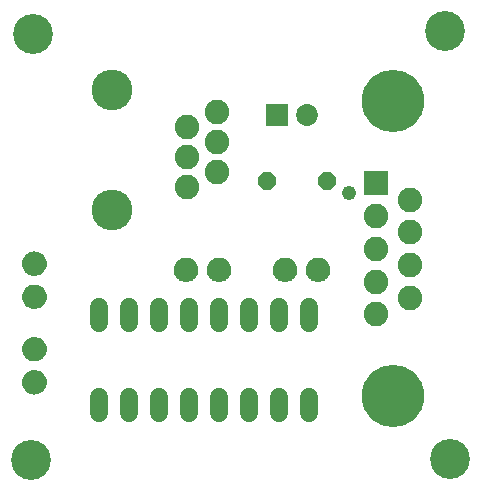
<source format=gbs>
G75*
G70*
%OFA0B0*%
%FSLAX24Y24*%
%IPPOS*%
%LPD*%
%AMOC8*
5,1,8,0,0,1.08239X$1,22.5*
%
%ADD10C,0.1330*%
%ADD11C,0.0600*%
%ADD12C,0.0050*%
%ADD13R,0.0820X0.0820*%
%ADD14C,0.0820*%
%ADD15C,0.2080*%
%ADD16C,0.1360*%
%ADD17OC8,0.0600*%
%ADD18R,0.0730X0.0730*%
%ADD19C,0.0730*%
%ADD20C,0.0480*%
D10*
X001050Y001258D03*
X015000Y001308D03*
X001100Y015458D03*
X014850Y015558D03*
D11*
X010300Y006368D02*
X010300Y005848D01*
X009300Y005848D02*
X009300Y006368D01*
X008300Y006368D02*
X008300Y005848D01*
X007300Y005848D02*
X007300Y006368D01*
X006300Y006368D02*
X006300Y005848D01*
X005300Y005848D02*
X005300Y006368D01*
X004300Y006368D02*
X004300Y005848D01*
X003300Y005848D02*
X003300Y006368D01*
X003300Y003368D02*
X003300Y002848D01*
X004300Y002848D02*
X004300Y003368D01*
X005300Y003368D02*
X005300Y002848D01*
X006300Y002848D02*
X006300Y003368D01*
X007300Y003368D02*
X007300Y002848D01*
X008300Y002848D02*
X008300Y003368D01*
X009300Y003368D02*
X009300Y002848D01*
X010300Y002848D02*
X010300Y003368D01*
D12*
X010603Y007231D02*
X010537Y007238D01*
X010474Y007256D01*
X010414Y007285D01*
X010360Y007324D01*
X010314Y007371D01*
X010277Y007426D01*
X010250Y007486D01*
X010234Y007550D01*
X010229Y007616D01*
X010237Y007688D01*
X010259Y007757D01*
X010293Y007821D01*
X010340Y007876D01*
X010396Y007921D01*
X010809Y007921D01*
X010809Y007922D02*
X010866Y007876D01*
X010913Y007821D01*
X010948Y007757D01*
X010970Y007688D01*
X010978Y007615D01*
X010973Y007549D01*
X010957Y007485D01*
X010929Y007425D01*
X010892Y007370D01*
X010846Y007323D01*
X010792Y007284D01*
X010733Y007256D01*
X010669Y007238D01*
X010603Y007231D01*
X010522Y007242D02*
X010685Y007242D01*
X010801Y007291D02*
X010406Y007291D01*
X010345Y007339D02*
X010862Y007339D01*
X010904Y007388D02*
X010303Y007388D01*
X010272Y007436D02*
X010935Y007436D01*
X010956Y007485D02*
X010251Y007485D01*
X010238Y007533D02*
X010969Y007533D01*
X010975Y007582D02*
X010231Y007582D01*
X010231Y007630D02*
X010976Y007630D01*
X010971Y007679D02*
X010236Y007679D01*
X010249Y007727D02*
X010957Y007727D01*
X010937Y007776D02*
X010269Y007776D01*
X010296Y007824D02*
X010910Y007824D01*
X010869Y007873D02*
X010337Y007873D01*
X010396Y007921D02*
X010460Y007955D01*
X010530Y007975D01*
X010602Y007981D01*
X010674Y007975D01*
X010744Y007955D01*
X010809Y007922D01*
X010693Y007970D02*
X010512Y007970D01*
X009846Y007757D02*
X009868Y007688D01*
X009876Y007615D01*
X009871Y007549D01*
X009855Y007485D01*
X009827Y007425D01*
X009790Y007370D01*
X009744Y007323D01*
X009690Y007284D01*
X009631Y007256D01*
X009567Y007238D01*
X009501Y007231D01*
X009435Y007238D01*
X009372Y007256D01*
X009312Y007285D01*
X009258Y007324D01*
X009212Y007371D01*
X009175Y007426D01*
X009148Y007486D01*
X009132Y007550D01*
X009127Y007616D01*
X009135Y007688D01*
X009157Y007757D01*
X009191Y007821D01*
X009238Y007876D01*
X009294Y007921D01*
X009707Y007921D01*
X009707Y007922D02*
X009764Y007876D01*
X009811Y007821D01*
X009846Y007757D01*
X009835Y007776D02*
X009167Y007776D01*
X009147Y007727D02*
X009855Y007727D01*
X009869Y007679D02*
X009134Y007679D01*
X009128Y007630D02*
X009874Y007630D01*
X009873Y007582D02*
X009129Y007582D01*
X009136Y007533D02*
X009867Y007533D01*
X009854Y007485D02*
X009149Y007485D01*
X009170Y007436D02*
X009833Y007436D01*
X009802Y007388D02*
X009201Y007388D01*
X009243Y007339D02*
X009760Y007339D01*
X009699Y007291D02*
X009304Y007291D01*
X009420Y007242D02*
X009583Y007242D01*
X009807Y007824D02*
X009194Y007824D01*
X009235Y007873D02*
X009767Y007873D01*
X009707Y007922D02*
X009642Y007955D01*
X009572Y007975D01*
X009500Y007981D01*
X009428Y007975D01*
X009358Y007955D01*
X009294Y007921D01*
X009410Y007970D02*
X009591Y007970D01*
X007670Y007688D02*
X007678Y007615D01*
X007673Y007549D01*
X007657Y007485D01*
X007629Y007425D01*
X007592Y007370D01*
X007546Y007323D01*
X007492Y007284D01*
X007433Y007256D01*
X007369Y007238D01*
X007303Y007231D01*
X007237Y007238D01*
X007174Y007256D01*
X007114Y007285D01*
X007060Y007324D01*
X007014Y007371D01*
X006977Y007426D01*
X006950Y007486D01*
X006934Y007550D01*
X006929Y007616D01*
X006937Y007688D01*
X006959Y007757D01*
X006993Y007821D01*
X007040Y007876D01*
X007096Y007921D01*
X007509Y007921D01*
X007509Y007922D02*
X007566Y007876D01*
X007613Y007821D01*
X007648Y007757D01*
X007670Y007688D01*
X007671Y007679D02*
X006936Y007679D01*
X006931Y007630D02*
X007676Y007630D01*
X007675Y007582D02*
X006931Y007582D01*
X006938Y007533D02*
X007669Y007533D01*
X007656Y007485D02*
X006951Y007485D01*
X006972Y007436D02*
X007635Y007436D01*
X007604Y007388D02*
X007003Y007388D01*
X007045Y007339D02*
X007562Y007339D01*
X007501Y007291D02*
X007106Y007291D01*
X007222Y007242D02*
X007385Y007242D01*
X007657Y007727D02*
X006949Y007727D01*
X006969Y007776D02*
X007637Y007776D01*
X007610Y007824D02*
X006996Y007824D01*
X007037Y007873D02*
X007569Y007873D01*
X007509Y007922D02*
X007444Y007955D01*
X007374Y007975D01*
X007302Y007981D01*
X007230Y007975D01*
X007160Y007955D01*
X007096Y007921D01*
X007212Y007970D02*
X007393Y007970D01*
X006568Y007688D02*
X006576Y007615D01*
X006571Y007549D01*
X006555Y007485D01*
X006527Y007425D01*
X006490Y007370D01*
X006444Y007323D01*
X006390Y007284D01*
X006331Y007256D01*
X006267Y007238D01*
X006201Y007231D01*
X006135Y007238D01*
X006072Y007256D01*
X006012Y007285D01*
X005958Y007324D01*
X005912Y007371D01*
X005875Y007426D01*
X005848Y007486D01*
X005832Y007550D01*
X005827Y007616D01*
X005835Y007688D01*
X005857Y007757D01*
X005891Y007821D01*
X005938Y007876D01*
X005994Y007921D01*
X006407Y007921D01*
X006407Y007922D02*
X006464Y007876D01*
X006511Y007821D01*
X006546Y007757D01*
X006568Y007688D01*
X006569Y007679D02*
X005834Y007679D01*
X005828Y007630D02*
X006574Y007630D01*
X006573Y007582D02*
X005829Y007582D01*
X005836Y007533D02*
X006567Y007533D01*
X006554Y007485D02*
X005849Y007485D01*
X005870Y007436D02*
X006533Y007436D01*
X006502Y007388D02*
X005901Y007388D01*
X005943Y007339D02*
X006460Y007339D01*
X006399Y007291D02*
X006004Y007291D01*
X006120Y007242D02*
X006283Y007242D01*
X006555Y007727D02*
X005847Y007727D01*
X005867Y007776D02*
X006535Y007776D01*
X006507Y007824D02*
X005894Y007824D01*
X005935Y007873D02*
X006467Y007873D01*
X006407Y007922D02*
X006342Y007955D01*
X006272Y007975D01*
X006200Y007981D01*
X006128Y007975D01*
X006058Y007955D01*
X005994Y007921D01*
X006110Y007970D02*
X006291Y007970D01*
X001527Y007811D02*
X001520Y007746D01*
X001502Y007682D01*
X001473Y007622D01*
X001435Y007569D01*
X001387Y007523D01*
X001332Y007485D01*
X001272Y007458D01*
X001208Y007442D01*
X001142Y007437D01*
X001070Y007445D01*
X001001Y007467D01*
X000938Y007502D01*
X000882Y007548D01*
X000837Y007605D01*
X000804Y007669D01*
X000783Y007738D01*
X000777Y007810D01*
X000783Y007883D01*
X000803Y007953D01*
X000837Y008017D01*
X000882Y008074D01*
X000938Y008121D01*
X001001Y008156D01*
X001071Y008178D01*
X001143Y008186D01*
X001209Y008181D01*
X001273Y008165D01*
X001333Y008138D01*
X001388Y008100D01*
X001435Y008054D01*
X001474Y008000D01*
X001503Y007941D01*
X001520Y007877D01*
X001527Y007811D01*
X001526Y007824D02*
X000778Y007824D01*
X000780Y007776D02*
X001523Y007776D01*
X001515Y007727D02*
X000786Y007727D01*
X000801Y007679D02*
X001501Y007679D01*
X001477Y007630D02*
X000824Y007630D01*
X000855Y007582D02*
X001444Y007582D01*
X001398Y007533D02*
X000900Y007533D01*
X000968Y007485D02*
X001331Y007485D01*
X001209Y007079D02*
X001143Y007084D01*
X001071Y007076D01*
X001001Y007054D01*
X000938Y007019D01*
X000882Y006972D01*
X000837Y006915D01*
X000803Y006851D01*
X000783Y006781D01*
X000777Y006708D01*
X000783Y006636D01*
X000804Y006567D01*
X000837Y006503D01*
X000882Y006446D01*
X000938Y006400D01*
X001001Y006365D01*
X001070Y006343D01*
X001142Y006335D01*
X001208Y006340D01*
X001272Y006356D01*
X001332Y006383D01*
X001387Y006421D01*
X001435Y006467D01*
X001473Y006520D01*
X001502Y006580D01*
X001520Y006643D01*
X001527Y006709D01*
X000777Y006709D01*
X000781Y006757D02*
X001522Y006757D01*
X001520Y006775D02*
X001527Y006709D01*
X001522Y006660D02*
X000781Y006660D01*
X000790Y006612D02*
X001511Y006612D01*
X001494Y006563D02*
X000805Y006563D01*
X000831Y006515D02*
X001469Y006515D01*
X001434Y006466D02*
X000866Y006466D01*
X000916Y006418D02*
X001383Y006418D01*
X001301Y006369D02*
X000993Y006369D01*
X000790Y006806D02*
X001512Y006806D01*
X001520Y006775D02*
X001503Y006839D01*
X001474Y006898D01*
X001435Y006952D01*
X001388Y006998D01*
X001333Y007036D01*
X001273Y007063D01*
X001209Y007079D01*
X001305Y007048D02*
X000991Y007048D01*
X000915Y007000D02*
X001386Y007000D01*
X001436Y006951D02*
X000866Y006951D01*
X000830Y006903D02*
X001471Y006903D01*
X001495Y006854D02*
X000805Y006854D01*
X000782Y007873D02*
X001521Y007873D01*
X001508Y007921D02*
X000794Y007921D01*
X000812Y007970D02*
X001489Y007970D01*
X001461Y008018D02*
X000838Y008018D01*
X000876Y008067D02*
X001422Y008067D01*
X001366Y008115D02*
X000931Y008115D01*
X001026Y008164D02*
X001275Y008164D01*
X001143Y005336D02*
X001209Y005331D01*
X001273Y005315D01*
X001333Y005288D01*
X001388Y005250D01*
X001435Y005204D01*
X001474Y005150D01*
X001503Y005091D01*
X001520Y005027D01*
X001527Y004961D01*
X001520Y004896D01*
X001502Y004832D01*
X001473Y004772D01*
X001435Y004719D01*
X001387Y004673D01*
X001332Y004635D01*
X001272Y004608D01*
X001208Y004592D01*
X001142Y004587D01*
X001070Y004595D01*
X001001Y004617D01*
X000938Y004652D01*
X000882Y004698D01*
X000837Y004755D01*
X000804Y004819D01*
X000783Y004888D01*
X000777Y004960D01*
X000783Y005033D01*
X000803Y005103D01*
X000837Y005167D01*
X000882Y005224D01*
X000938Y005271D01*
X001001Y005306D01*
X001071Y005328D01*
X001143Y005336D01*
X000995Y005302D02*
X001301Y005302D01*
X001383Y005254D02*
X000917Y005254D01*
X000867Y005205D02*
X001434Y005205D01*
X001469Y005157D02*
X000831Y005157D01*
X000806Y005108D02*
X001494Y005108D01*
X001511Y005060D02*
X000791Y005060D01*
X000781Y005011D02*
X001522Y005011D01*
X001527Y004963D02*
X000777Y004963D01*
X000781Y004914D02*
X001522Y004914D01*
X001512Y004866D02*
X000790Y004866D01*
X000804Y004817D02*
X001495Y004817D01*
X001471Y004769D02*
X000830Y004769D01*
X000864Y004720D02*
X001436Y004720D01*
X001386Y004672D02*
X000914Y004672D01*
X000989Y004623D02*
X001306Y004623D01*
X001209Y004229D02*
X001143Y004234D01*
X001071Y004226D01*
X001001Y004204D01*
X000938Y004169D01*
X000882Y004122D01*
X000837Y004065D01*
X000803Y004001D01*
X000783Y003931D01*
X000777Y003858D01*
X000783Y003786D01*
X000804Y003717D01*
X000837Y003653D01*
X000882Y003596D01*
X000938Y003550D01*
X001001Y003515D01*
X001070Y003493D01*
X001142Y003485D01*
X001208Y003490D01*
X001272Y003506D01*
X001332Y003533D01*
X001387Y003571D01*
X001435Y003617D01*
X001473Y003670D01*
X001502Y003730D01*
X001520Y003793D01*
X001527Y003859D01*
X001520Y003925D01*
X001503Y003989D01*
X001474Y004048D01*
X001435Y004102D01*
X001388Y004148D01*
X001333Y004186D01*
X001273Y004213D01*
X001209Y004229D01*
X001331Y004187D02*
X000970Y004187D01*
X000901Y004138D02*
X001398Y004138D01*
X001444Y004090D02*
X000856Y004090D01*
X000824Y004041D02*
X001477Y004041D01*
X001501Y003993D02*
X000801Y003993D01*
X000787Y003944D02*
X001515Y003944D01*
X001523Y003896D02*
X000780Y003896D01*
X000778Y003847D02*
X001526Y003847D01*
X001521Y003799D02*
X000782Y003799D01*
X000794Y003750D02*
X001508Y003750D01*
X001489Y003702D02*
X000811Y003702D01*
X000837Y003653D02*
X001461Y003653D01*
X001423Y003605D02*
X000875Y003605D01*
X000930Y003556D02*
X001366Y003556D01*
X001276Y003508D02*
X001023Y003508D01*
D13*
X012541Y010489D03*
D14*
X012541Y009399D03*
X013659Y009942D03*
X013659Y008852D03*
X012541Y008308D03*
X012541Y007218D03*
X013659Y006674D03*
X012541Y006127D03*
X013659Y007765D03*
X007250Y010858D03*
X006250Y010358D03*
X006250Y011358D03*
X007250Y011858D03*
X006250Y012358D03*
X007250Y012858D03*
D15*
X013100Y013230D03*
X013100Y003387D03*
D16*
X003750Y009608D03*
X003750Y013608D03*
D17*
X008900Y010558D03*
X010900Y010558D03*
D18*
X009250Y012758D03*
D19*
X010250Y012758D03*
D20*
X011650Y010158D03*
M02*

</source>
